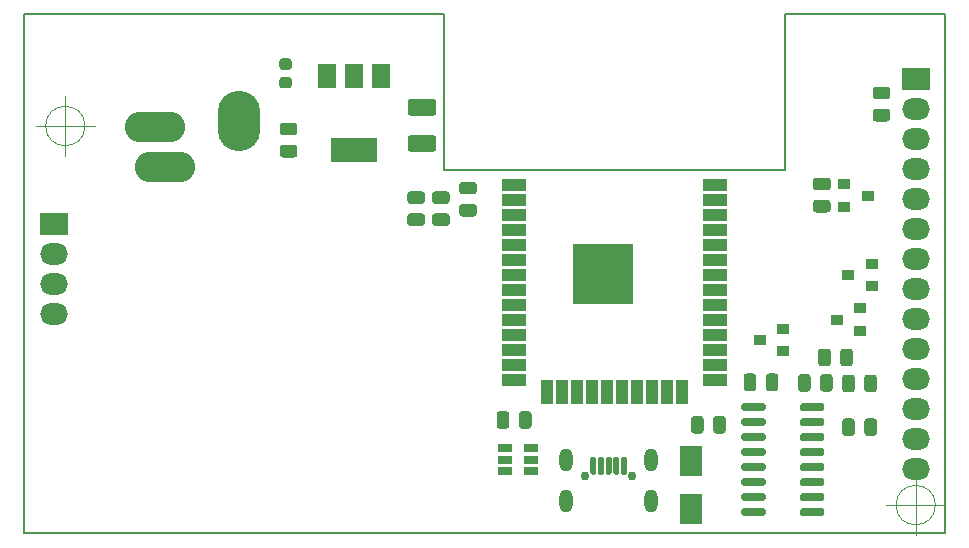
<source format=gbr>
%TF.GenerationSoftware,KiCad,Pcbnew,(5.1.6-0-10_14)*%
%TF.CreationDate,2021-01-12T14:39:33+11:00*%
%TF.ProjectId,esp32lcd,65737033-326c-4636-942e-6b696361645f,rev?*%
%TF.SameCoordinates,PX47868c0PY93d1cc0*%
%TF.FileFunction,Soldermask,Top*%
%TF.FilePolarity,Negative*%
%FSLAX46Y46*%
G04 Gerber Fmt 4.6, Leading zero omitted, Abs format (unit mm)*
G04 Created by KiCad (PCBNEW (5.1.6-0-10_14)) date 2021-01-12 14:39:33*
%MOMM*%
%LPD*%
G01*
G04 APERTURE LIST*
%TA.AperFunction,Profile*%
%ADD10C,0.150000*%
%TD*%
%TA.AperFunction,Profile*%
%ADD11C,0.050000*%
%TD*%
%ADD12R,1.000000X0.900000*%
%ADD13O,5.100000X2.600000*%
%ADD14O,3.600000X5.100000*%
%ADD15R,1.160000X0.750000*%
%ADD16R,3.900000X2.100000*%
%ADD17R,1.600000X2.100000*%
%ADD18C,0.750000*%
%ADD19O,1.150000X1.950000*%
%ADD20R,2.350000X1.827200*%
%ADD21O,2.350000X1.827200*%
%ADD22R,5.100000X5.100000*%
%ADD23R,2.100000X1.000000*%
%ADD24R,1.000000X2.100000*%
%ADD25R,1.900000X2.600000*%
G04 APERTURE END LIST*
D10*
X78000000Y44000000D02*
X64400000Y44000000D01*
X64400000Y30800000D02*
X64400000Y44000000D01*
X35600000Y30800000D02*
X64400000Y30800000D01*
X35600000Y44000000D02*
X35600000Y30800000D01*
D11*
X77166666Y2400000D02*
G75*
G03*
X77166666Y2400000I-1666666J0D01*
G01*
X73000000Y2400000D02*
X78000000Y2400000D01*
X75500000Y4900000D02*
X75500000Y-100000D01*
X5166666Y34500000D02*
G75*
G03*
X5166666Y34500000I-1666666J0D01*
G01*
X1000000Y34500000D02*
X6000000Y34500000D01*
X3500000Y37000000D02*
X3500000Y32000000D01*
D10*
X35600000Y44000000D02*
X0Y44000000D01*
X0Y0D02*
X0Y44000000D01*
X78000000Y0D02*
X0Y0D01*
X78000000Y44000000D02*
X78000000Y0D01*
%TO.C,R1*%
G36*
G01*
X68300000Y15381250D02*
X68300000Y14418750D01*
G75*
G02*
X68031250Y14150000I-268750J0D01*
G01*
X67493750Y14150000D01*
G75*
G02*
X67225000Y14418750I0J268750D01*
G01*
X67225000Y15381250D01*
G75*
G02*
X67493750Y15650000I268750J0D01*
G01*
X68031250Y15650000D01*
G75*
G02*
X68300000Y15381250I0J-268750D01*
G01*
G37*
G36*
G01*
X70175000Y15381250D02*
X70175000Y14418750D01*
G75*
G02*
X69906250Y14150000I-268750J0D01*
G01*
X69368750Y14150000D01*
G75*
G02*
X69100000Y14418750I0J268750D01*
G01*
X69100000Y15381250D01*
G75*
G02*
X69368750Y15650000I268750J0D01*
G01*
X69906250Y15650000D01*
G75*
G02*
X70175000Y15381250I0J-268750D01*
G01*
G37*
%TD*%
D12*
%TO.C,Q1*%
X64300000Y15450000D03*
X64300000Y17350000D03*
X62300000Y16400000D03*
%TD*%
%TO.C,R14*%
G36*
G01*
X62000000Y13281250D02*
X62000000Y12318750D01*
G75*
G02*
X61731250Y12050000I-268750J0D01*
G01*
X61193750Y12050000D01*
G75*
G02*
X60925000Y12318750I0J268750D01*
G01*
X60925000Y13281250D01*
G75*
G02*
X61193750Y13550000I268750J0D01*
G01*
X61731250Y13550000D01*
G75*
G02*
X62000000Y13281250I0J-268750D01*
G01*
G37*
G36*
G01*
X63875000Y13281250D02*
X63875000Y12318750D01*
G75*
G02*
X63606250Y12050000I-268750J0D01*
G01*
X63068750Y12050000D01*
G75*
G02*
X62800000Y12318750I0J268750D01*
G01*
X62800000Y13281250D01*
G75*
G02*
X63068750Y13550000I268750J0D01*
G01*
X63606250Y13550000D01*
G75*
G02*
X63875000Y13281250I0J-268750D01*
G01*
G37*
%TD*%
%TO.C,FB11*%
G36*
G01*
X22431250Y39250000D02*
X21868750Y39250000D01*
G75*
G02*
X21625000Y39493750I0J243750D01*
G01*
X21625000Y39981250D01*
G75*
G02*
X21868750Y40225000I243750J0D01*
G01*
X22431250Y40225000D01*
G75*
G02*
X22675000Y39981250I0J-243750D01*
G01*
X22675000Y39493750D01*
G75*
G02*
X22431250Y39250000I-243750J0D01*
G01*
G37*
G36*
G01*
X22431250Y37675000D02*
X21868750Y37675000D01*
G75*
G02*
X21625000Y37918750I0J243750D01*
G01*
X21625000Y38406250D01*
G75*
G02*
X21868750Y38650000I243750J0D01*
G01*
X22431250Y38650000D01*
G75*
G02*
X22675000Y38406250I0J-243750D01*
G01*
X22675000Y37918750D01*
G75*
G02*
X22431250Y37675000I-243750J0D01*
G01*
G37*
%TD*%
%TO.C,C12*%
G36*
G01*
X21918750Y32900000D02*
X22881250Y32900000D01*
G75*
G02*
X23150000Y32631250I0J-268750D01*
G01*
X23150000Y32093750D01*
G75*
G02*
X22881250Y31825000I-268750J0D01*
G01*
X21918750Y31825000D01*
G75*
G02*
X21650000Y32093750I0J268750D01*
G01*
X21650000Y32631250D01*
G75*
G02*
X21918750Y32900000I268750J0D01*
G01*
G37*
G36*
G01*
X21918750Y34775000D02*
X22881250Y34775000D01*
G75*
G02*
X23150000Y34506250I0J-268750D01*
G01*
X23150000Y33968750D01*
G75*
G02*
X22881250Y33700000I-268750J0D01*
G01*
X21918750Y33700000D01*
G75*
G02*
X21650000Y33968750I0J268750D01*
G01*
X21650000Y34506250D01*
G75*
G02*
X21918750Y34775000I268750J0D01*
G01*
G37*
%TD*%
D13*
%TO.C,J12*%
X11100000Y34400000D03*
D14*
X18200000Y34950000D03*
D13*
X11900000Y31000000D03*
%TD*%
D15*
%TO.C,U11*%
X40750000Y6250000D03*
X40750000Y5300000D03*
X40750000Y7200000D03*
X42950000Y7200000D03*
X42950000Y6250000D03*
X42950000Y5300000D03*
%TD*%
%TO.C,C13*%
G36*
G01*
X34656133Y32300000D02*
X32743867Y32300000D01*
G75*
G02*
X32475000Y32568867I0J268867D01*
G01*
X32475000Y33456133D01*
G75*
G02*
X32743867Y33725000I268867J0D01*
G01*
X34656133Y33725000D01*
G75*
G02*
X34925000Y33456133I0J-268867D01*
G01*
X34925000Y32568867D01*
G75*
G02*
X34656133Y32300000I-268867J0D01*
G01*
G37*
G36*
G01*
X34656133Y35375000D02*
X32743867Y35375000D01*
G75*
G02*
X32475000Y35643867I0J268867D01*
G01*
X32475000Y36531133D01*
G75*
G02*
X32743867Y36800000I268867J0D01*
G01*
X34656133Y36800000D01*
G75*
G02*
X34925000Y36531133I0J-268867D01*
G01*
X34925000Y35643867D01*
G75*
G02*
X34656133Y35375000I-268867J0D01*
G01*
G37*
%TD*%
%TO.C,U12*%
G36*
G01*
X65700000Y10520000D02*
X65700000Y10870000D01*
G75*
G02*
X65875000Y11045000I175000J0D01*
G01*
X67575000Y11045000D01*
G75*
G02*
X67750000Y10870000I0J-175000D01*
G01*
X67750000Y10520000D01*
G75*
G02*
X67575000Y10345000I-175000J0D01*
G01*
X65875000Y10345000D01*
G75*
G02*
X65700000Y10520000I0J175000D01*
G01*
G37*
G36*
G01*
X65700000Y9250000D02*
X65700000Y9600000D01*
G75*
G02*
X65875000Y9775000I175000J0D01*
G01*
X67575000Y9775000D01*
G75*
G02*
X67750000Y9600000I0J-175000D01*
G01*
X67750000Y9250000D01*
G75*
G02*
X67575000Y9075000I-175000J0D01*
G01*
X65875000Y9075000D01*
G75*
G02*
X65700000Y9250000I0J175000D01*
G01*
G37*
G36*
G01*
X65700000Y7980000D02*
X65700000Y8330000D01*
G75*
G02*
X65875000Y8505000I175000J0D01*
G01*
X67575000Y8505000D01*
G75*
G02*
X67750000Y8330000I0J-175000D01*
G01*
X67750000Y7980000D01*
G75*
G02*
X67575000Y7805000I-175000J0D01*
G01*
X65875000Y7805000D01*
G75*
G02*
X65700000Y7980000I0J175000D01*
G01*
G37*
G36*
G01*
X65700000Y6710000D02*
X65700000Y7060000D01*
G75*
G02*
X65875000Y7235000I175000J0D01*
G01*
X67575000Y7235000D01*
G75*
G02*
X67750000Y7060000I0J-175000D01*
G01*
X67750000Y6710000D01*
G75*
G02*
X67575000Y6535000I-175000J0D01*
G01*
X65875000Y6535000D01*
G75*
G02*
X65700000Y6710000I0J175000D01*
G01*
G37*
G36*
G01*
X65700000Y5440000D02*
X65700000Y5790000D01*
G75*
G02*
X65875000Y5965000I175000J0D01*
G01*
X67575000Y5965000D01*
G75*
G02*
X67750000Y5790000I0J-175000D01*
G01*
X67750000Y5440000D01*
G75*
G02*
X67575000Y5265000I-175000J0D01*
G01*
X65875000Y5265000D01*
G75*
G02*
X65700000Y5440000I0J175000D01*
G01*
G37*
G36*
G01*
X65700000Y4170000D02*
X65700000Y4520000D01*
G75*
G02*
X65875000Y4695000I175000J0D01*
G01*
X67575000Y4695000D01*
G75*
G02*
X67750000Y4520000I0J-175000D01*
G01*
X67750000Y4170000D01*
G75*
G02*
X67575000Y3995000I-175000J0D01*
G01*
X65875000Y3995000D01*
G75*
G02*
X65700000Y4170000I0J175000D01*
G01*
G37*
G36*
G01*
X65700000Y2900000D02*
X65700000Y3250000D01*
G75*
G02*
X65875000Y3425000I175000J0D01*
G01*
X67575000Y3425000D01*
G75*
G02*
X67750000Y3250000I0J-175000D01*
G01*
X67750000Y2900000D01*
G75*
G02*
X67575000Y2725000I-175000J0D01*
G01*
X65875000Y2725000D01*
G75*
G02*
X65700000Y2900000I0J175000D01*
G01*
G37*
G36*
G01*
X65700000Y1630000D02*
X65700000Y1980000D01*
G75*
G02*
X65875000Y2155000I175000J0D01*
G01*
X67575000Y2155000D01*
G75*
G02*
X67750000Y1980000I0J-175000D01*
G01*
X67750000Y1630000D01*
G75*
G02*
X67575000Y1455000I-175000J0D01*
G01*
X65875000Y1455000D01*
G75*
G02*
X65700000Y1630000I0J175000D01*
G01*
G37*
G36*
G01*
X60750000Y1630000D02*
X60750000Y1980000D01*
G75*
G02*
X60925000Y2155000I175000J0D01*
G01*
X62625000Y2155000D01*
G75*
G02*
X62800000Y1980000I0J-175000D01*
G01*
X62800000Y1630000D01*
G75*
G02*
X62625000Y1455000I-175000J0D01*
G01*
X60925000Y1455000D01*
G75*
G02*
X60750000Y1630000I0J175000D01*
G01*
G37*
G36*
G01*
X60750000Y2900000D02*
X60750000Y3250000D01*
G75*
G02*
X60925000Y3425000I175000J0D01*
G01*
X62625000Y3425000D01*
G75*
G02*
X62800000Y3250000I0J-175000D01*
G01*
X62800000Y2900000D01*
G75*
G02*
X62625000Y2725000I-175000J0D01*
G01*
X60925000Y2725000D01*
G75*
G02*
X60750000Y2900000I0J175000D01*
G01*
G37*
G36*
G01*
X60750000Y4170000D02*
X60750000Y4520000D01*
G75*
G02*
X60925000Y4695000I175000J0D01*
G01*
X62625000Y4695000D01*
G75*
G02*
X62800000Y4520000I0J-175000D01*
G01*
X62800000Y4170000D01*
G75*
G02*
X62625000Y3995000I-175000J0D01*
G01*
X60925000Y3995000D01*
G75*
G02*
X60750000Y4170000I0J175000D01*
G01*
G37*
G36*
G01*
X60750000Y5440000D02*
X60750000Y5790000D01*
G75*
G02*
X60925000Y5965000I175000J0D01*
G01*
X62625000Y5965000D01*
G75*
G02*
X62800000Y5790000I0J-175000D01*
G01*
X62800000Y5440000D01*
G75*
G02*
X62625000Y5265000I-175000J0D01*
G01*
X60925000Y5265000D01*
G75*
G02*
X60750000Y5440000I0J175000D01*
G01*
G37*
G36*
G01*
X60750000Y6710000D02*
X60750000Y7060000D01*
G75*
G02*
X60925000Y7235000I175000J0D01*
G01*
X62625000Y7235000D01*
G75*
G02*
X62800000Y7060000I0J-175000D01*
G01*
X62800000Y6710000D01*
G75*
G02*
X62625000Y6535000I-175000J0D01*
G01*
X60925000Y6535000D01*
G75*
G02*
X60750000Y6710000I0J175000D01*
G01*
G37*
G36*
G01*
X60750000Y7980000D02*
X60750000Y8330000D01*
G75*
G02*
X60925000Y8505000I175000J0D01*
G01*
X62625000Y8505000D01*
G75*
G02*
X62800000Y8330000I0J-175000D01*
G01*
X62800000Y7980000D01*
G75*
G02*
X62625000Y7805000I-175000J0D01*
G01*
X60925000Y7805000D01*
G75*
G02*
X60750000Y7980000I0J175000D01*
G01*
G37*
G36*
G01*
X60750000Y9250000D02*
X60750000Y9600000D01*
G75*
G02*
X60925000Y9775000I175000J0D01*
G01*
X62625000Y9775000D01*
G75*
G02*
X62800000Y9600000I0J-175000D01*
G01*
X62800000Y9250000D01*
G75*
G02*
X62625000Y9075000I-175000J0D01*
G01*
X60925000Y9075000D01*
G75*
G02*
X60750000Y9250000I0J175000D01*
G01*
G37*
G36*
G01*
X60750000Y10520000D02*
X60750000Y10870000D01*
G75*
G02*
X60925000Y11045000I175000J0D01*
G01*
X62625000Y11045000D01*
G75*
G02*
X62800000Y10870000I0J-175000D01*
G01*
X62800000Y10520000D01*
G75*
G02*
X62625000Y10345000I-175000J0D01*
G01*
X60925000Y10345000D01*
G75*
G02*
X60750000Y10520000I0J175000D01*
G01*
G37*
%TD*%
D16*
%TO.C,U13*%
X27950000Y32450000D03*
D17*
X27950000Y38750000D03*
X25650000Y38750000D03*
X30250000Y38750000D03*
%TD*%
D12*
%TO.C,Q13*%
X69450000Y29550000D03*
X69450000Y27650000D03*
X71450000Y28600000D03*
%TD*%
%TO.C,Q11*%
X70800000Y17150000D03*
X70800000Y19050000D03*
X68800000Y18100000D03*
%TD*%
%TO.C,Q12*%
X71800000Y20950000D03*
X71800000Y22850000D03*
X69800000Y21900000D03*
%TD*%
D18*
%TO.C,J11*%
X51500000Y4900000D03*
X47500000Y4900000D03*
D19*
X53075000Y2770000D03*
X45925000Y2770000D03*
X53075000Y6220000D03*
X45925000Y6220000D03*
G36*
G01*
X50550000Y5095000D02*
X50550000Y6345000D01*
G75*
G02*
X50675000Y6470000I125000J0D01*
G01*
X50925000Y6470000D01*
G75*
G02*
X51050000Y6345000I0J-125000D01*
G01*
X51050000Y5095000D01*
G75*
G02*
X50925000Y4970000I-125000J0D01*
G01*
X50675000Y4970000D01*
G75*
G02*
X50550000Y5095000I0J125000D01*
G01*
G37*
G36*
G01*
X49900000Y5095000D02*
X49900000Y6345000D01*
G75*
G02*
X50025000Y6470000I125000J0D01*
G01*
X50275000Y6470000D01*
G75*
G02*
X50400000Y6345000I0J-125000D01*
G01*
X50400000Y5095000D01*
G75*
G02*
X50275000Y4970000I-125000J0D01*
G01*
X50025000Y4970000D01*
G75*
G02*
X49900000Y5095000I0J125000D01*
G01*
G37*
G36*
G01*
X49250000Y5095000D02*
X49250000Y6345000D01*
G75*
G02*
X49375000Y6470000I125000J0D01*
G01*
X49625000Y6470000D01*
G75*
G02*
X49750000Y6345000I0J-125000D01*
G01*
X49750000Y5095000D01*
G75*
G02*
X49625000Y4970000I-125000J0D01*
G01*
X49375000Y4970000D01*
G75*
G02*
X49250000Y5095000I0J125000D01*
G01*
G37*
G36*
G01*
X48600000Y5095000D02*
X48600000Y6345000D01*
G75*
G02*
X48725000Y6470000I125000J0D01*
G01*
X48975000Y6470000D01*
G75*
G02*
X49100000Y6345000I0J-125000D01*
G01*
X49100000Y5095000D01*
G75*
G02*
X48975000Y4970000I-125000J0D01*
G01*
X48725000Y4970000D01*
G75*
G02*
X48600000Y5095000I0J125000D01*
G01*
G37*
G36*
G01*
X47950000Y5095000D02*
X47950000Y6345000D01*
G75*
G02*
X48075000Y6470000I125000J0D01*
G01*
X48325000Y6470000D01*
G75*
G02*
X48450000Y6345000I0J-125000D01*
G01*
X48450000Y5095000D01*
G75*
G02*
X48325000Y4970000I-125000J0D01*
G01*
X48075000Y4970000D01*
G75*
G02*
X47950000Y5095000I0J125000D01*
G01*
G37*
%TD*%
D20*
%TO.C,U15*%
X2570000Y26190000D03*
D21*
X2570000Y23650000D03*
X2570000Y21110000D03*
X2570000Y18570000D03*
X75500000Y5480000D03*
X75500000Y8020000D03*
X75500000Y10560000D03*
X75500000Y13100000D03*
X75500000Y15640000D03*
X75500000Y18180000D03*
X75500000Y20720000D03*
X75500000Y23260000D03*
X75500000Y25800000D03*
X75500000Y28340000D03*
X75500000Y30880000D03*
X75500000Y33420000D03*
X75500000Y35960000D03*
D20*
X75500000Y38500000D03*
%TD*%
D22*
%TO.C,U14*%
X49000000Y22005000D03*
D23*
X41500000Y29505000D03*
X41500000Y28235000D03*
X41500000Y26965000D03*
X41500000Y25695000D03*
X41500000Y24425000D03*
X41500000Y23155000D03*
X41500000Y21885000D03*
X41500000Y20615000D03*
X41500000Y19345000D03*
X41500000Y18075000D03*
X41500000Y16805000D03*
X41500000Y15535000D03*
X41500000Y14265000D03*
X41500000Y12995000D03*
D24*
X44285000Y11995000D03*
X45555000Y11995000D03*
X46825000Y11995000D03*
X48095000Y11995000D03*
X49365000Y11995000D03*
X50635000Y11995000D03*
X51905000Y11995000D03*
X53175000Y11995000D03*
X54445000Y11995000D03*
X55715000Y11995000D03*
D23*
X58500000Y12995000D03*
X58500000Y14265000D03*
X58500000Y15535000D03*
X58500000Y16805000D03*
X58500000Y18075000D03*
X58500000Y19345000D03*
X58500000Y20615000D03*
X58500000Y21885000D03*
X58500000Y23155000D03*
X58500000Y24425000D03*
X58500000Y25695000D03*
X58500000Y26965000D03*
X58500000Y28235000D03*
X58500000Y29505000D03*
%TD*%
D25*
%TO.C,D11*%
X56500000Y6100000D03*
X56500000Y2100000D03*
%TD*%
%TO.C,R12*%
G36*
G01*
X69275000Y8518750D02*
X69275000Y9481250D01*
G75*
G02*
X69543750Y9750000I268750J0D01*
G01*
X70081250Y9750000D01*
G75*
G02*
X70350000Y9481250I0J-268750D01*
G01*
X70350000Y8518750D01*
G75*
G02*
X70081250Y8250000I-268750J0D01*
G01*
X69543750Y8250000D01*
G75*
G02*
X69275000Y8518750I0J268750D01*
G01*
G37*
G36*
G01*
X71150000Y8518750D02*
X71150000Y9481250D01*
G75*
G02*
X71418750Y9750000I268750J0D01*
G01*
X71956250Y9750000D01*
G75*
G02*
X72225000Y9481250I0J-268750D01*
G01*
X72225000Y8518750D01*
G75*
G02*
X71956250Y8250000I-268750J0D01*
G01*
X71418750Y8250000D01*
G75*
G02*
X71150000Y8518750I0J268750D01*
G01*
G37*
%TD*%
%TO.C,R11*%
G36*
G01*
X71150000Y12218750D02*
X71150000Y13181250D01*
G75*
G02*
X71418750Y13450000I268750J0D01*
G01*
X71956250Y13450000D01*
G75*
G02*
X72225000Y13181250I0J-268750D01*
G01*
X72225000Y12218750D01*
G75*
G02*
X71956250Y11950000I-268750J0D01*
G01*
X71418750Y11950000D01*
G75*
G02*
X71150000Y12218750I0J268750D01*
G01*
G37*
G36*
G01*
X69275000Y12218750D02*
X69275000Y13181250D01*
G75*
G02*
X69543750Y13450000I268750J0D01*
G01*
X70081250Y13450000D01*
G75*
G02*
X70350000Y13181250I0J-268750D01*
G01*
X70350000Y12218750D01*
G75*
G02*
X70081250Y11950000I-268750J0D01*
G01*
X69543750Y11950000D01*
G75*
G02*
X69275000Y12218750I0J268750D01*
G01*
G37*
%TD*%
%TO.C,R13*%
G36*
G01*
X68475000Y13231250D02*
X68475000Y12268750D01*
G75*
G02*
X68206250Y12000000I-268750J0D01*
G01*
X67668750Y12000000D01*
G75*
G02*
X67400000Y12268750I0J268750D01*
G01*
X67400000Y13231250D01*
G75*
G02*
X67668750Y13500000I268750J0D01*
G01*
X68206250Y13500000D01*
G75*
G02*
X68475000Y13231250I0J-268750D01*
G01*
G37*
G36*
G01*
X66600000Y13231250D02*
X66600000Y12268750D01*
G75*
G02*
X66331250Y12000000I-268750J0D01*
G01*
X65793750Y12000000D01*
G75*
G02*
X65525000Y12268750I0J268750D01*
G01*
X65525000Y13231250D01*
G75*
G02*
X65793750Y13500000I268750J0D01*
G01*
X66331250Y13500000D01*
G75*
G02*
X66600000Y13231250I0J-268750D01*
G01*
G37*
%TD*%
%TO.C,C14*%
G36*
G01*
X38081250Y28700000D02*
X37118750Y28700000D01*
G75*
G02*
X36850000Y28968750I0J268750D01*
G01*
X36850000Y29506250D01*
G75*
G02*
X37118750Y29775000I268750J0D01*
G01*
X38081250Y29775000D01*
G75*
G02*
X38350000Y29506250I0J-268750D01*
G01*
X38350000Y28968750D01*
G75*
G02*
X38081250Y28700000I-268750J0D01*
G01*
G37*
G36*
G01*
X38081250Y26825000D02*
X37118750Y26825000D01*
G75*
G02*
X36850000Y27093750I0J268750D01*
G01*
X36850000Y27631250D01*
G75*
G02*
X37118750Y27900000I268750J0D01*
G01*
X38081250Y27900000D01*
G75*
G02*
X38350000Y27631250I0J-268750D01*
G01*
X38350000Y27093750D01*
G75*
G02*
X38081250Y26825000I-268750J0D01*
G01*
G37*
%TD*%
%TO.C,C15*%
G36*
G01*
X33681250Y26025000D02*
X32718750Y26025000D01*
G75*
G02*
X32450000Y26293750I0J268750D01*
G01*
X32450000Y26831250D01*
G75*
G02*
X32718750Y27100000I268750J0D01*
G01*
X33681250Y27100000D01*
G75*
G02*
X33950000Y26831250I0J-268750D01*
G01*
X33950000Y26293750D01*
G75*
G02*
X33681250Y26025000I-268750J0D01*
G01*
G37*
G36*
G01*
X33681250Y27900000D02*
X32718750Y27900000D01*
G75*
G02*
X32450000Y28168750I0J268750D01*
G01*
X32450000Y28706250D01*
G75*
G02*
X32718750Y28975000I268750J0D01*
G01*
X33681250Y28975000D01*
G75*
G02*
X33950000Y28706250I0J-268750D01*
G01*
X33950000Y28168750D01*
G75*
G02*
X33681250Y27900000I-268750J0D01*
G01*
G37*
%TD*%
%TO.C,R17*%
G36*
G01*
X35781250Y26025000D02*
X34818750Y26025000D01*
G75*
G02*
X34550000Y26293750I0J268750D01*
G01*
X34550000Y26831250D01*
G75*
G02*
X34818750Y27100000I268750J0D01*
G01*
X35781250Y27100000D01*
G75*
G02*
X36050000Y26831250I0J-268750D01*
G01*
X36050000Y26293750D01*
G75*
G02*
X35781250Y26025000I-268750J0D01*
G01*
G37*
G36*
G01*
X35781250Y27900000D02*
X34818750Y27900000D01*
G75*
G02*
X34550000Y28168750I0J268750D01*
G01*
X34550000Y28706250D01*
G75*
G02*
X34818750Y28975000I268750J0D01*
G01*
X35781250Y28975000D01*
G75*
G02*
X36050000Y28706250I0J-268750D01*
G01*
X36050000Y28168750D01*
G75*
G02*
X35781250Y27900000I-268750J0D01*
G01*
G37*
%TD*%
%TO.C,C16*%
G36*
G01*
X72118750Y37825000D02*
X73081250Y37825000D01*
G75*
G02*
X73350000Y37556250I0J-268750D01*
G01*
X73350000Y37018750D01*
G75*
G02*
X73081250Y36750000I-268750J0D01*
G01*
X72118750Y36750000D01*
G75*
G02*
X71850000Y37018750I0J268750D01*
G01*
X71850000Y37556250D01*
G75*
G02*
X72118750Y37825000I268750J0D01*
G01*
G37*
G36*
G01*
X72118750Y35950000D02*
X73081250Y35950000D01*
G75*
G02*
X73350000Y35681250I0J-268750D01*
G01*
X73350000Y35143750D01*
G75*
G02*
X73081250Y34875000I-268750J0D01*
G01*
X72118750Y34875000D01*
G75*
G02*
X71850000Y35143750I0J268750D01*
G01*
X71850000Y35681250D01*
G75*
G02*
X72118750Y35950000I268750J0D01*
G01*
G37*
%TD*%
%TO.C,C11*%
G36*
G01*
X56475000Y8718750D02*
X56475000Y9681250D01*
G75*
G02*
X56743750Y9950000I268750J0D01*
G01*
X57281250Y9950000D01*
G75*
G02*
X57550000Y9681250I0J-268750D01*
G01*
X57550000Y8718750D01*
G75*
G02*
X57281250Y8450000I-268750J0D01*
G01*
X56743750Y8450000D01*
G75*
G02*
X56475000Y8718750I0J268750D01*
G01*
G37*
G36*
G01*
X58350000Y8718750D02*
X58350000Y9681250D01*
G75*
G02*
X58618750Y9950000I268750J0D01*
G01*
X59156250Y9950000D01*
G75*
G02*
X59425000Y9681250I0J-268750D01*
G01*
X59425000Y8718750D01*
G75*
G02*
X59156250Y8450000I-268750J0D01*
G01*
X58618750Y8450000D01*
G75*
G02*
X58350000Y8718750I0J268750D01*
G01*
G37*
%TD*%
%TO.C,R15*%
G36*
G01*
X41900000Y9118750D02*
X41900000Y10081250D01*
G75*
G02*
X42168750Y10350000I268750J0D01*
G01*
X42706250Y10350000D01*
G75*
G02*
X42975000Y10081250I0J-268750D01*
G01*
X42975000Y9118750D01*
G75*
G02*
X42706250Y8850000I-268750J0D01*
G01*
X42168750Y8850000D01*
G75*
G02*
X41900000Y9118750I0J268750D01*
G01*
G37*
G36*
G01*
X40025000Y9118750D02*
X40025000Y10081250D01*
G75*
G02*
X40293750Y10350000I268750J0D01*
G01*
X40831250Y10350000D01*
G75*
G02*
X41100000Y10081250I0J-268750D01*
G01*
X41100000Y9118750D01*
G75*
G02*
X40831250Y8850000I-268750J0D01*
G01*
X40293750Y8850000D01*
G75*
G02*
X40025000Y9118750I0J268750D01*
G01*
G37*
%TD*%
%TO.C,R16*%
G36*
G01*
X68031250Y27175000D02*
X67068750Y27175000D01*
G75*
G02*
X66800000Y27443750I0J268750D01*
G01*
X66800000Y27981250D01*
G75*
G02*
X67068750Y28250000I268750J0D01*
G01*
X68031250Y28250000D01*
G75*
G02*
X68300000Y27981250I0J-268750D01*
G01*
X68300000Y27443750D01*
G75*
G02*
X68031250Y27175000I-268750J0D01*
G01*
G37*
G36*
G01*
X68031250Y29050000D02*
X67068750Y29050000D01*
G75*
G02*
X66800000Y29318750I0J268750D01*
G01*
X66800000Y29856250D01*
G75*
G02*
X67068750Y30125000I268750J0D01*
G01*
X68031250Y30125000D01*
G75*
G02*
X68300000Y29856250I0J-268750D01*
G01*
X68300000Y29318750D01*
G75*
G02*
X68031250Y29050000I-268750J0D01*
G01*
G37*
%TD*%
M02*

</source>
